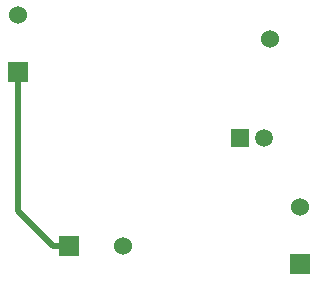
<source format=gbl>
G04 #@! TF.FileFunction,Copper,L2,Bot,Signal*
%FSLAX46Y46*%
G04 Gerber Fmt 4.6, Leading zero omitted, Abs format (unit mm)*
G04 Created by KiCad (PCBNEW 4.0.4-stable) date 05/22/17 07:46:13*
%MOMM*%
%LPD*%
G01*
G04 APERTURE LIST*
%ADD10C,0.100000*%
%ADD11R,1.700000X1.700000*%
%ADD12R,1.500000X1.500000*%
%ADD13C,1.500000*%
%ADD14C,1.524000*%
%ADD15C,0.500000*%
G04 APERTURE END LIST*
D10*
D11*
X129286000Y-60706000D03*
D12*
X148114000Y-66294000D03*
D13*
X150114000Y-66294000D03*
D14*
X129286000Y-55880000D03*
X138176000Y-75438000D03*
X150622000Y-57912000D03*
X153162000Y-72136000D03*
D11*
X133604000Y-75438000D03*
X153162000Y-76962000D03*
D15*
X129286000Y-60706000D02*
X129286000Y-72470000D01*
X129286000Y-72470000D02*
X132254000Y-75438000D01*
X132254000Y-75438000D02*
X133604000Y-75438000D01*
M02*

</source>
